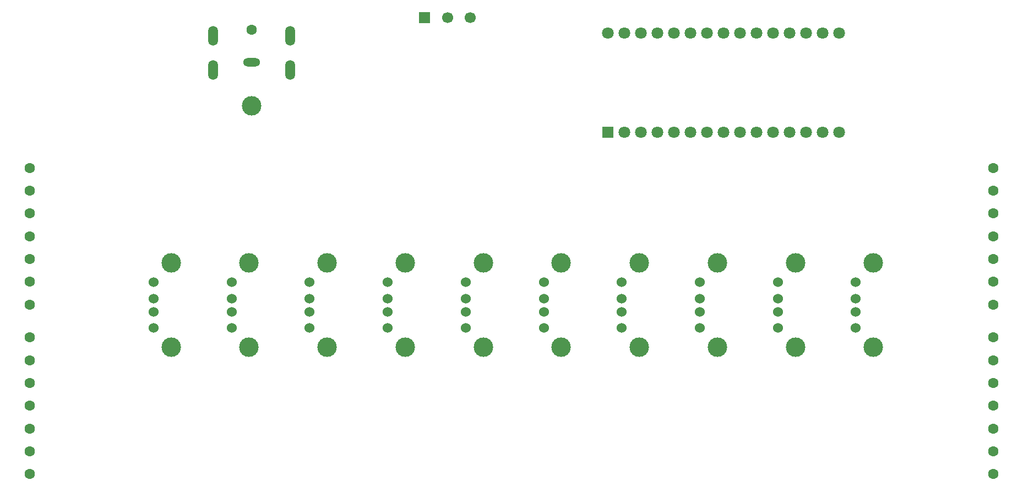
<source format=gbr>
%TF.GenerationSoftware,Altium Limited,Altium NEXUS,2.1.5 (53)*%
G04 Layer_Color=255*
%FSLAX44Y44*%
%MOMM*%
%TF.FileFunction,Pads,Bot*%
%TF.Part,Single*%
G01*
G75*
%TA.AperFunction,ComponentPad*%
%ADD27C,1.5240*%
%ADD28C,3.0000*%
%ADD29C,1.7000*%
%ADD30R,1.7000X1.7000*%
%ADD31O,2.6160X1.3080*%
%ADD32O,1.5080X3.0160*%
%ADD33C,1.6000*%
%ADD34C,1.8000*%
%ADD35R,1.8000X1.8000*%
D27*
X1310000Y739140D02*
D03*
Y759140D02*
D03*
Y714140D02*
D03*
Y784140D02*
D03*
X1190000Y739140D02*
D03*
Y759140D02*
D03*
Y714140D02*
D03*
Y784140D02*
D03*
X1070000Y739140D02*
D03*
Y759140D02*
D03*
Y714140D02*
D03*
Y784140D02*
D03*
X950000Y739140D02*
D03*
Y759140D02*
D03*
Y714140D02*
D03*
Y784140D02*
D03*
X830000Y739140D02*
D03*
Y759140D02*
D03*
Y714140D02*
D03*
Y784140D02*
D03*
X710000Y739140D02*
D03*
Y759140D02*
D03*
Y714140D02*
D03*
Y784140D02*
D03*
X590000Y739140D02*
D03*
Y759140D02*
D03*
Y714140D02*
D03*
Y784140D02*
D03*
X470000Y739140D02*
D03*
Y759140D02*
D03*
Y714140D02*
D03*
Y784140D02*
D03*
X350000Y739140D02*
D03*
Y759140D02*
D03*
Y714140D02*
D03*
Y784140D02*
D03*
X230000Y739140D02*
D03*
Y759140D02*
D03*
Y714140D02*
D03*
Y784140D02*
D03*
D28*
X1337000Y684140D02*
D03*
Y814140D02*
D03*
X381000Y1055710D02*
D03*
X1217000Y684140D02*
D03*
Y814140D02*
D03*
X1097000Y684140D02*
D03*
Y814140D02*
D03*
X977000Y684140D02*
D03*
Y814140D02*
D03*
X857000Y684140D02*
D03*
Y814140D02*
D03*
X737000Y684140D02*
D03*
Y814140D02*
D03*
X617000Y684140D02*
D03*
Y814140D02*
D03*
X497000Y684140D02*
D03*
Y814140D02*
D03*
X377000Y684140D02*
D03*
Y814140D02*
D03*
X257000Y684140D02*
D03*
Y814140D02*
D03*
D29*
X716990Y1191260D02*
D03*
X681990D02*
D03*
D30*
X646990D02*
D03*
D31*
X381000Y1122210D02*
D03*
D32*
X440500Y1110710D02*
D03*
Y1162710D02*
D03*
X321500D02*
D03*
Y1110710D02*
D03*
D33*
X381000Y1172210D02*
D03*
X1521460Y489540D02*
D03*
Y699540D02*
D03*
Y524540D02*
D03*
Y664540D02*
D03*
Y559540D02*
D03*
Y629540D02*
D03*
Y594540D02*
D03*
X39370Y489540D02*
D03*
Y699540D02*
D03*
Y524540D02*
D03*
Y664540D02*
D03*
Y559540D02*
D03*
Y629540D02*
D03*
Y594540D02*
D03*
Y750040D02*
D03*
Y960040D02*
D03*
Y785040D02*
D03*
Y925040D02*
D03*
Y820040D02*
D03*
Y890040D02*
D03*
Y855040D02*
D03*
X1521460Y750040D02*
D03*
Y960040D02*
D03*
Y785040D02*
D03*
Y925040D02*
D03*
Y820040D02*
D03*
Y890040D02*
D03*
Y855040D02*
D03*
D34*
X928370Y1167130D02*
D03*
X953770D02*
D03*
X979170D02*
D03*
X1004570D02*
D03*
X1029970D02*
D03*
X1055370D02*
D03*
X1080770D02*
D03*
X1106170D02*
D03*
X1131570D02*
D03*
X1156970D02*
D03*
X1182370D02*
D03*
X1207770D02*
D03*
X1233170D02*
D03*
X1258570D02*
D03*
X1283970D02*
D03*
Y1014730D02*
D03*
X1258570D02*
D03*
X1233170D02*
D03*
X1207770D02*
D03*
X1182370D02*
D03*
X1156970D02*
D03*
X1131570D02*
D03*
X1106170D02*
D03*
X1080770D02*
D03*
X1055370D02*
D03*
X1029970D02*
D03*
X1004570D02*
D03*
X979170D02*
D03*
X953770D02*
D03*
D35*
X928370D02*
D03*
%TF.MD5,79632fdf6996d563e9e1d1c570798064*%
M02*

</source>
